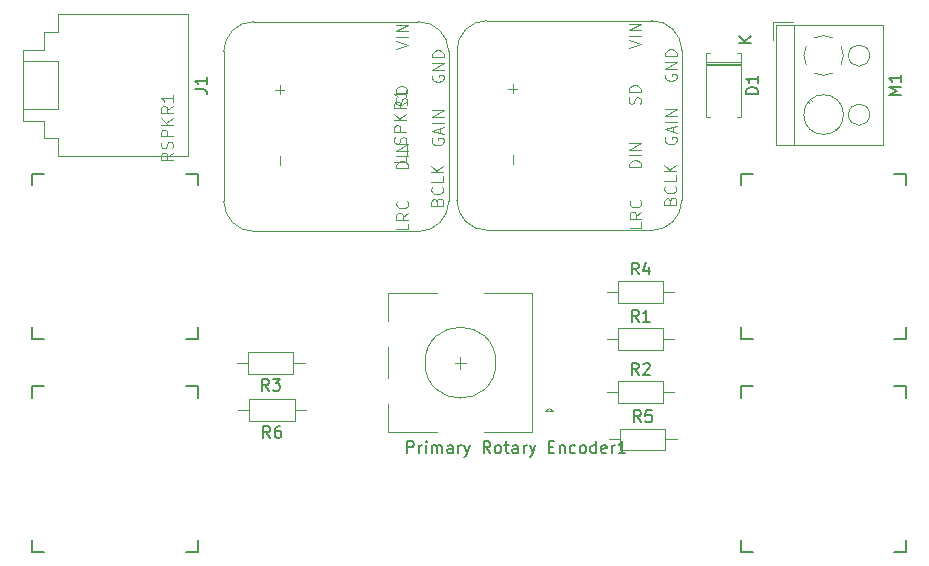
<source format=gbr>
%TF.GenerationSoftware,KiCad,Pcbnew,8.0.6*%
%TF.CreationDate,2025-02-20T10:46:29-07:00*%
%TF.ProjectId,PCB ESP32 S3 Wroom 1 n16r8,50434220-4553-4503-9332-205333205772,rev?*%
%TF.SameCoordinates,Original*%
%TF.FileFunction,Legend,Top*%
%TF.FilePolarity,Positive*%
%FSLAX46Y46*%
G04 Gerber Fmt 4.6, Leading zero omitted, Abs format (unit mm)*
G04 Created by KiCad (PCBNEW 8.0.6) date 2025-02-20 10:46:29*
%MOMM*%
%LPD*%
G01*
G04 APERTURE LIST*
%ADD10C,0.150000*%
%ADD11C,0.100000*%
%ADD12C,0.120000*%
G04 APERTURE END LIST*
D10*
X75754819Y-91833333D02*
X76469104Y-91833333D01*
X76469104Y-91833333D02*
X76611961Y-91880952D01*
X76611961Y-91880952D02*
X76707200Y-91976190D01*
X76707200Y-91976190D02*
X76754819Y-92119047D01*
X76754819Y-92119047D02*
X76754819Y-92214285D01*
X76754819Y-90833333D02*
X76754819Y-91404761D01*
X76754819Y-91119047D02*
X75754819Y-91119047D01*
X75754819Y-91119047D02*
X75897676Y-91214285D01*
X75897676Y-91214285D02*
X75992914Y-91309523D01*
X75992914Y-91309523D02*
X76040533Y-91404761D01*
X113333333Y-107534819D02*
X113000000Y-107058628D01*
X112761905Y-107534819D02*
X112761905Y-106534819D01*
X112761905Y-106534819D02*
X113142857Y-106534819D01*
X113142857Y-106534819D02*
X113238095Y-106582438D01*
X113238095Y-106582438D02*
X113285714Y-106630057D01*
X113285714Y-106630057D02*
X113333333Y-106725295D01*
X113333333Y-106725295D02*
X113333333Y-106868152D01*
X113333333Y-106868152D02*
X113285714Y-106963390D01*
X113285714Y-106963390D02*
X113238095Y-107011009D01*
X113238095Y-107011009D02*
X113142857Y-107058628D01*
X113142857Y-107058628D02*
X112761905Y-107058628D01*
X114190476Y-106868152D02*
X114190476Y-107534819D01*
X113952381Y-106487200D02*
X113714286Y-107201485D01*
X113714286Y-107201485D02*
X114333333Y-107201485D01*
X113333333Y-111534819D02*
X113000000Y-111058628D01*
X112761905Y-111534819D02*
X112761905Y-110534819D01*
X112761905Y-110534819D02*
X113142857Y-110534819D01*
X113142857Y-110534819D02*
X113238095Y-110582438D01*
X113238095Y-110582438D02*
X113285714Y-110630057D01*
X113285714Y-110630057D02*
X113333333Y-110725295D01*
X113333333Y-110725295D02*
X113333333Y-110868152D01*
X113333333Y-110868152D02*
X113285714Y-110963390D01*
X113285714Y-110963390D02*
X113238095Y-111011009D01*
X113238095Y-111011009D02*
X113142857Y-111058628D01*
X113142857Y-111058628D02*
X112761905Y-111058628D01*
X114285714Y-111534819D02*
X113714286Y-111534819D01*
X114000000Y-111534819D02*
X114000000Y-110534819D01*
X114000000Y-110534819D02*
X113904762Y-110677676D01*
X113904762Y-110677676D02*
X113809524Y-110772914D01*
X113809524Y-110772914D02*
X113714286Y-110820533D01*
X93735713Y-122654819D02*
X93735713Y-121654819D01*
X93735713Y-121654819D02*
X94116665Y-121654819D01*
X94116665Y-121654819D02*
X94211903Y-121702438D01*
X94211903Y-121702438D02*
X94259522Y-121750057D01*
X94259522Y-121750057D02*
X94307141Y-121845295D01*
X94307141Y-121845295D02*
X94307141Y-121988152D01*
X94307141Y-121988152D02*
X94259522Y-122083390D01*
X94259522Y-122083390D02*
X94211903Y-122131009D01*
X94211903Y-122131009D02*
X94116665Y-122178628D01*
X94116665Y-122178628D02*
X93735713Y-122178628D01*
X94735713Y-122654819D02*
X94735713Y-121988152D01*
X94735713Y-122178628D02*
X94783332Y-122083390D01*
X94783332Y-122083390D02*
X94830951Y-122035771D01*
X94830951Y-122035771D02*
X94926189Y-121988152D01*
X94926189Y-121988152D02*
X95021427Y-121988152D01*
X95354761Y-122654819D02*
X95354761Y-121988152D01*
X95354761Y-121654819D02*
X95307142Y-121702438D01*
X95307142Y-121702438D02*
X95354761Y-121750057D01*
X95354761Y-121750057D02*
X95402380Y-121702438D01*
X95402380Y-121702438D02*
X95354761Y-121654819D01*
X95354761Y-121654819D02*
X95354761Y-121750057D01*
X95830951Y-122654819D02*
X95830951Y-121988152D01*
X95830951Y-122083390D02*
X95878570Y-122035771D01*
X95878570Y-122035771D02*
X95973808Y-121988152D01*
X95973808Y-121988152D02*
X96116665Y-121988152D01*
X96116665Y-121988152D02*
X96211903Y-122035771D01*
X96211903Y-122035771D02*
X96259522Y-122131009D01*
X96259522Y-122131009D02*
X96259522Y-122654819D01*
X96259522Y-122131009D02*
X96307141Y-122035771D01*
X96307141Y-122035771D02*
X96402379Y-121988152D01*
X96402379Y-121988152D02*
X96545236Y-121988152D01*
X96545236Y-121988152D02*
X96640475Y-122035771D01*
X96640475Y-122035771D02*
X96688094Y-122131009D01*
X96688094Y-122131009D02*
X96688094Y-122654819D01*
X97592855Y-122654819D02*
X97592855Y-122131009D01*
X97592855Y-122131009D02*
X97545236Y-122035771D01*
X97545236Y-122035771D02*
X97449998Y-121988152D01*
X97449998Y-121988152D02*
X97259522Y-121988152D01*
X97259522Y-121988152D02*
X97164284Y-122035771D01*
X97592855Y-122607200D02*
X97497617Y-122654819D01*
X97497617Y-122654819D02*
X97259522Y-122654819D01*
X97259522Y-122654819D02*
X97164284Y-122607200D01*
X97164284Y-122607200D02*
X97116665Y-122511961D01*
X97116665Y-122511961D02*
X97116665Y-122416723D01*
X97116665Y-122416723D02*
X97164284Y-122321485D01*
X97164284Y-122321485D02*
X97259522Y-122273866D01*
X97259522Y-122273866D02*
X97497617Y-122273866D01*
X97497617Y-122273866D02*
X97592855Y-122226247D01*
X98069046Y-122654819D02*
X98069046Y-121988152D01*
X98069046Y-122178628D02*
X98116665Y-122083390D01*
X98116665Y-122083390D02*
X98164284Y-122035771D01*
X98164284Y-122035771D02*
X98259522Y-121988152D01*
X98259522Y-121988152D02*
X98354760Y-121988152D01*
X98592856Y-121988152D02*
X98830951Y-122654819D01*
X99069046Y-121988152D02*
X98830951Y-122654819D01*
X98830951Y-122654819D02*
X98735713Y-122892914D01*
X98735713Y-122892914D02*
X98688094Y-122940533D01*
X98688094Y-122940533D02*
X98592856Y-122988152D01*
X100783332Y-122654819D02*
X100449999Y-122178628D01*
X100211904Y-122654819D02*
X100211904Y-121654819D01*
X100211904Y-121654819D02*
X100592856Y-121654819D01*
X100592856Y-121654819D02*
X100688094Y-121702438D01*
X100688094Y-121702438D02*
X100735713Y-121750057D01*
X100735713Y-121750057D02*
X100783332Y-121845295D01*
X100783332Y-121845295D02*
X100783332Y-121988152D01*
X100783332Y-121988152D02*
X100735713Y-122083390D01*
X100735713Y-122083390D02*
X100688094Y-122131009D01*
X100688094Y-122131009D02*
X100592856Y-122178628D01*
X100592856Y-122178628D02*
X100211904Y-122178628D01*
X101354761Y-122654819D02*
X101259523Y-122607200D01*
X101259523Y-122607200D02*
X101211904Y-122559580D01*
X101211904Y-122559580D02*
X101164285Y-122464342D01*
X101164285Y-122464342D02*
X101164285Y-122178628D01*
X101164285Y-122178628D02*
X101211904Y-122083390D01*
X101211904Y-122083390D02*
X101259523Y-122035771D01*
X101259523Y-122035771D02*
X101354761Y-121988152D01*
X101354761Y-121988152D02*
X101497618Y-121988152D01*
X101497618Y-121988152D02*
X101592856Y-122035771D01*
X101592856Y-122035771D02*
X101640475Y-122083390D01*
X101640475Y-122083390D02*
X101688094Y-122178628D01*
X101688094Y-122178628D02*
X101688094Y-122464342D01*
X101688094Y-122464342D02*
X101640475Y-122559580D01*
X101640475Y-122559580D02*
X101592856Y-122607200D01*
X101592856Y-122607200D02*
X101497618Y-122654819D01*
X101497618Y-122654819D02*
X101354761Y-122654819D01*
X101973809Y-121988152D02*
X102354761Y-121988152D01*
X102116666Y-121654819D02*
X102116666Y-122511961D01*
X102116666Y-122511961D02*
X102164285Y-122607200D01*
X102164285Y-122607200D02*
X102259523Y-122654819D01*
X102259523Y-122654819D02*
X102354761Y-122654819D01*
X103116666Y-122654819D02*
X103116666Y-122131009D01*
X103116666Y-122131009D02*
X103069047Y-122035771D01*
X103069047Y-122035771D02*
X102973809Y-121988152D01*
X102973809Y-121988152D02*
X102783333Y-121988152D01*
X102783333Y-121988152D02*
X102688095Y-122035771D01*
X103116666Y-122607200D02*
X103021428Y-122654819D01*
X103021428Y-122654819D02*
X102783333Y-122654819D01*
X102783333Y-122654819D02*
X102688095Y-122607200D01*
X102688095Y-122607200D02*
X102640476Y-122511961D01*
X102640476Y-122511961D02*
X102640476Y-122416723D01*
X102640476Y-122416723D02*
X102688095Y-122321485D01*
X102688095Y-122321485D02*
X102783333Y-122273866D01*
X102783333Y-122273866D02*
X103021428Y-122273866D01*
X103021428Y-122273866D02*
X103116666Y-122226247D01*
X103592857Y-122654819D02*
X103592857Y-121988152D01*
X103592857Y-122178628D02*
X103640476Y-122083390D01*
X103640476Y-122083390D02*
X103688095Y-122035771D01*
X103688095Y-122035771D02*
X103783333Y-121988152D01*
X103783333Y-121988152D02*
X103878571Y-121988152D01*
X104116667Y-121988152D02*
X104354762Y-122654819D01*
X104592857Y-121988152D02*
X104354762Y-122654819D01*
X104354762Y-122654819D02*
X104259524Y-122892914D01*
X104259524Y-122892914D02*
X104211905Y-122940533D01*
X104211905Y-122940533D02*
X104116667Y-122988152D01*
X105735715Y-122131009D02*
X106069048Y-122131009D01*
X106211905Y-122654819D02*
X105735715Y-122654819D01*
X105735715Y-122654819D02*
X105735715Y-121654819D01*
X105735715Y-121654819D02*
X106211905Y-121654819D01*
X106640477Y-121988152D02*
X106640477Y-122654819D01*
X106640477Y-122083390D02*
X106688096Y-122035771D01*
X106688096Y-122035771D02*
X106783334Y-121988152D01*
X106783334Y-121988152D02*
X106926191Y-121988152D01*
X106926191Y-121988152D02*
X107021429Y-122035771D01*
X107021429Y-122035771D02*
X107069048Y-122131009D01*
X107069048Y-122131009D02*
X107069048Y-122654819D01*
X107973810Y-122607200D02*
X107878572Y-122654819D01*
X107878572Y-122654819D02*
X107688096Y-122654819D01*
X107688096Y-122654819D02*
X107592858Y-122607200D01*
X107592858Y-122607200D02*
X107545239Y-122559580D01*
X107545239Y-122559580D02*
X107497620Y-122464342D01*
X107497620Y-122464342D02*
X107497620Y-122178628D01*
X107497620Y-122178628D02*
X107545239Y-122083390D01*
X107545239Y-122083390D02*
X107592858Y-122035771D01*
X107592858Y-122035771D02*
X107688096Y-121988152D01*
X107688096Y-121988152D02*
X107878572Y-121988152D01*
X107878572Y-121988152D02*
X107973810Y-122035771D01*
X108545239Y-122654819D02*
X108450001Y-122607200D01*
X108450001Y-122607200D02*
X108402382Y-122559580D01*
X108402382Y-122559580D02*
X108354763Y-122464342D01*
X108354763Y-122464342D02*
X108354763Y-122178628D01*
X108354763Y-122178628D02*
X108402382Y-122083390D01*
X108402382Y-122083390D02*
X108450001Y-122035771D01*
X108450001Y-122035771D02*
X108545239Y-121988152D01*
X108545239Y-121988152D02*
X108688096Y-121988152D01*
X108688096Y-121988152D02*
X108783334Y-122035771D01*
X108783334Y-122035771D02*
X108830953Y-122083390D01*
X108830953Y-122083390D02*
X108878572Y-122178628D01*
X108878572Y-122178628D02*
X108878572Y-122464342D01*
X108878572Y-122464342D02*
X108830953Y-122559580D01*
X108830953Y-122559580D02*
X108783334Y-122607200D01*
X108783334Y-122607200D02*
X108688096Y-122654819D01*
X108688096Y-122654819D02*
X108545239Y-122654819D01*
X109735715Y-122654819D02*
X109735715Y-121654819D01*
X109735715Y-122607200D02*
X109640477Y-122654819D01*
X109640477Y-122654819D02*
X109450001Y-122654819D01*
X109450001Y-122654819D02*
X109354763Y-122607200D01*
X109354763Y-122607200D02*
X109307144Y-122559580D01*
X109307144Y-122559580D02*
X109259525Y-122464342D01*
X109259525Y-122464342D02*
X109259525Y-122178628D01*
X109259525Y-122178628D02*
X109307144Y-122083390D01*
X109307144Y-122083390D02*
X109354763Y-122035771D01*
X109354763Y-122035771D02*
X109450001Y-121988152D01*
X109450001Y-121988152D02*
X109640477Y-121988152D01*
X109640477Y-121988152D02*
X109735715Y-122035771D01*
X110592858Y-122607200D02*
X110497620Y-122654819D01*
X110497620Y-122654819D02*
X110307144Y-122654819D01*
X110307144Y-122654819D02*
X110211906Y-122607200D01*
X110211906Y-122607200D02*
X110164287Y-122511961D01*
X110164287Y-122511961D02*
X110164287Y-122131009D01*
X110164287Y-122131009D02*
X110211906Y-122035771D01*
X110211906Y-122035771D02*
X110307144Y-121988152D01*
X110307144Y-121988152D02*
X110497620Y-121988152D01*
X110497620Y-121988152D02*
X110592858Y-122035771D01*
X110592858Y-122035771D02*
X110640477Y-122131009D01*
X110640477Y-122131009D02*
X110640477Y-122226247D01*
X110640477Y-122226247D02*
X110164287Y-122321485D01*
X111069049Y-122654819D02*
X111069049Y-121988152D01*
X111069049Y-122178628D02*
X111116668Y-122083390D01*
X111116668Y-122083390D02*
X111164287Y-122035771D01*
X111164287Y-122035771D02*
X111259525Y-121988152D01*
X111259525Y-121988152D02*
X111354763Y-121988152D01*
X112211906Y-122654819D02*
X111640478Y-122654819D01*
X111926192Y-122654819D02*
X111926192Y-121654819D01*
X111926192Y-121654819D02*
X111830954Y-121797676D01*
X111830954Y-121797676D02*
X111735716Y-121892914D01*
X111735716Y-121892914D02*
X111640478Y-121940533D01*
D11*
X93646419Y-97526309D02*
X93646419Y-98002499D01*
X93646419Y-98002499D02*
X92646419Y-98002499D01*
X93741657Y-97431071D02*
X93741657Y-96669166D01*
X93598800Y-96478689D02*
X93646419Y-96335832D01*
X93646419Y-96335832D02*
X93646419Y-96097737D01*
X93646419Y-96097737D02*
X93598800Y-96002499D01*
X93598800Y-96002499D02*
X93551180Y-95954880D01*
X93551180Y-95954880D02*
X93455942Y-95907261D01*
X93455942Y-95907261D02*
X93360704Y-95907261D01*
X93360704Y-95907261D02*
X93265466Y-95954880D01*
X93265466Y-95954880D02*
X93217847Y-96002499D01*
X93217847Y-96002499D02*
X93170228Y-96097737D01*
X93170228Y-96097737D02*
X93122609Y-96288213D01*
X93122609Y-96288213D02*
X93074990Y-96383451D01*
X93074990Y-96383451D02*
X93027371Y-96431070D01*
X93027371Y-96431070D02*
X92932133Y-96478689D01*
X92932133Y-96478689D02*
X92836895Y-96478689D01*
X92836895Y-96478689D02*
X92741657Y-96431070D01*
X92741657Y-96431070D02*
X92694038Y-96383451D01*
X92694038Y-96383451D02*
X92646419Y-96288213D01*
X92646419Y-96288213D02*
X92646419Y-96050118D01*
X92646419Y-96050118D02*
X92694038Y-95907261D01*
X93646419Y-95478689D02*
X92646419Y-95478689D01*
X92646419Y-95478689D02*
X92646419Y-95097737D01*
X92646419Y-95097737D02*
X92694038Y-95002499D01*
X92694038Y-95002499D02*
X92741657Y-94954880D01*
X92741657Y-94954880D02*
X92836895Y-94907261D01*
X92836895Y-94907261D02*
X92979752Y-94907261D01*
X92979752Y-94907261D02*
X93074990Y-94954880D01*
X93074990Y-94954880D02*
X93122609Y-95002499D01*
X93122609Y-95002499D02*
X93170228Y-95097737D01*
X93170228Y-95097737D02*
X93170228Y-95478689D01*
X93646419Y-94478689D02*
X92646419Y-94478689D01*
X93646419Y-93907261D02*
X93074990Y-94335832D01*
X92646419Y-93907261D02*
X93217847Y-94478689D01*
X93646419Y-92907261D02*
X93170228Y-93240594D01*
X93646419Y-93478689D02*
X92646419Y-93478689D01*
X92646419Y-93478689D02*
X92646419Y-93097737D01*
X92646419Y-93097737D02*
X92694038Y-93002499D01*
X92694038Y-93002499D02*
X92741657Y-92954880D01*
X92741657Y-92954880D02*
X92836895Y-92907261D01*
X92836895Y-92907261D02*
X92979752Y-92907261D01*
X92979752Y-92907261D02*
X93074990Y-92954880D01*
X93074990Y-92954880D02*
X93122609Y-93002499D01*
X93122609Y-93002499D02*
X93170228Y-93097737D01*
X93170228Y-93097737D02*
X93170228Y-93478689D01*
X93646419Y-91954880D02*
X93646419Y-92526308D01*
X93646419Y-92240594D02*
X92646419Y-92240594D01*
X92646419Y-92240594D02*
X92789276Y-92335832D01*
X92789276Y-92335832D02*
X92884514Y-92431070D01*
X92884514Y-92431070D02*
X92932133Y-92526308D01*
X102680466Y-92198615D02*
X102680466Y-91436711D01*
X103061419Y-91817663D02*
X102299514Y-91817663D01*
X113453800Y-93096234D02*
X113501419Y-92953377D01*
X113501419Y-92953377D02*
X113501419Y-92715282D01*
X113501419Y-92715282D02*
X113453800Y-92620044D01*
X113453800Y-92620044D02*
X113406180Y-92572425D01*
X113406180Y-92572425D02*
X113310942Y-92524806D01*
X113310942Y-92524806D02*
X113215704Y-92524806D01*
X113215704Y-92524806D02*
X113120466Y-92572425D01*
X113120466Y-92572425D02*
X113072847Y-92620044D01*
X113072847Y-92620044D02*
X113025228Y-92715282D01*
X113025228Y-92715282D02*
X112977609Y-92905758D01*
X112977609Y-92905758D02*
X112929990Y-93000996D01*
X112929990Y-93000996D02*
X112882371Y-93048615D01*
X112882371Y-93048615D02*
X112787133Y-93096234D01*
X112787133Y-93096234D02*
X112691895Y-93096234D01*
X112691895Y-93096234D02*
X112596657Y-93048615D01*
X112596657Y-93048615D02*
X112549038Y-93000996D01*
X112549038Y-93000996D02*
X112501419Y-92905758D01*
X112501419Y-92905758D02*
X112501419Y-92667663D01*
X112501419Y-92667663D02*
X112549038Y-92524806D01*
X113501419Y-92096234D02*
X112501419Y-92096234D01*
X112501419Y-92096234D02*
X112501419Y-91858139D01*
X112501419Y-91858139D02*
X112549038Y-91715282D01*
X112549038Y-91715282D02*
X112644276Y-91620044D01*
X112644276Y-91620044D02*
X112739514Y-91572425D01*
X112739514Y-91572425D02*
X112929990Y-91524806D01*
X112929990Y-91524806D02*
X113072847Y-91524806D01*
X113072847Y-91524806D02*
X113263323Y-91572425D01*
X113263323Y-91572425D02*
X113358561Y-91620044D01*
X113358561Y-91620044D02*
X113453800Y-91715282D01*
X113453800Y-91715282D02*
X113501419Y-91858139D01*
X113501419Y-91858139D02*
X113501419Y-92096234D01*
X115609038Y-95924806D02*
X115561419Y-96020044D01*
X115561419Y-96020044D02*
X115561419Y-96162901D01*
X115561419Y-96162901D02*
X115609038Y-96305758D01*
X115609038Y-96305758D02*
X115704276Y-96400996D01*
X115704276Y-96400996D02*
X115799514Y-96448615D01*
X115799514Y-96448615D02*
X115989990Y-96496234D01*
X115989990Y-96496234D02*
X116132847Y-96496234D01*
X116132847Y-96496234D02*
X116323323Y-96448615D01*
X116323323Y-96448615D02*
X116418561Y-96400996D01*
X116418561Y-96400996D02*
X116513800Y-96305758D01*
X116513800Y-96305758D02*
X116561419Y-96162901D01*
X116561419Y-96162901D02*
X116561419Y-96067663D01*
X116561419Y-96067663D02*
X116513800Y-95924806D01*
X116513800Y-95924806D02*
X116466180Y-95877187D01*
X116466180Y-95877187D02*
X116132847Y-95877187D01*
X116132847Y-95877187D02*
X116132847Y-96067663D01*
X116275704Y-95496234D02*
X116275704Y-95020044D01*
X116561419Y-95591472D02*
X115561419Y-95258139D01*
X115561419Y-95258139D02*
X116561419Y-94924806D01*
X116561419Y-94591472D02*
X115561419Y-94591472D01*
X116561419Y-94115282D02*
X115561419Y-94115282D01*
X115561419Y-94115282D02*
X116561419Y-93543854D01*
X116561419Y-93543854D02*
X115561419Y-93543854D01*
X115997609Y-101285282D02*
X116045228Y-101142425D01*
X116045228Y-101142425D02*
X116092847Y-101094806D01*
X116092847Y-101094806D02*
X116188085Y-101047187D01*
X116188085Y-101047187D02*
X116330942Y-101047187D01*
X116330942Y-101047187D02*
X116426180Y-101094806D01*
X116426180Y-101094806D02*
X116473800Y-101142425D01*
X116473800Y-101142425D02*
X116521419Y-101237663D01*
X116521419Y-101237663D02*
X116521419Y-101618615D01*
X116521419Y-101618615D02*
X115521419Y-101618615D01*
X115521419Y-101618615D02*
X115521419Y-101285282D01*
X115521419Y-101285282D02*
X115569038Y-101190044D01*
X115569038Y-101190044D02*
X115616657Y-101142425D01*
X115616657Y-101142425D02*
X115711895Y-101094806D01*
X115711895Y-101094806D02*
X115807133Y-101094806D01*
X115807133Y-101094806D02*
X115902371Y-101142425D01*
X115902371Y-101142425D02*
X115949990Y-101190044D01*
X115949990Y-101190044D02*
X115997609Y-101285282D01*
X115997609Y-101285282D02*
X115997609Y-101618615D01*
X116426180Y-100047187D02*
X116473800Y-100094806D01*
X116473800Y-100094806D02*
X116521419Y-100237663D01*
X116521419Y-100237663D02*
X116521419Y-100332901D01*
X116521419Y-100332901D02*
X116473800Y-100475758D01*
X116473800Y-100475758D02*
X116378561Y-100570996D01*
X116378561Y-100570996D02*
X116283323Y-100618615D01*
X116283323Y-100618615D02*
X116092847Y-100666234D01*
X116092847Y-100666234D02*
X115949990Y-100666234D01*
X115949990Y-100666234D02*
X115759514Y-100618615D01*
X115759514Y-100618615D02*
X115664276Y-100570996D01*
X115664276Y-100570996D02*
X115569038Y-100475758D01*
X115569038Y-100475758D02*
X115521419Y-100332901D01*
X115521419Y-100332901D02*
X115521419Y-100237663D01*
X115521419Y-100237663D02*
X115569038Y-100094806D01*
X115569038Y-100094806D02*
X115616657Y-100047187D01*
X116521419Y-99142425D02*
X116521419Y-99618615D01*
X116521419Y-99618615D02*
X115521419Y-99618615D01*
X116521419Y-98809091D02*
X115521419Y-98809091D01*
X116521419Y-98237663D02*
X115949990Y-98666234D01*
X115521419Y-98237663D02*
X116092847Y-98809091D01*
X102680466Y-98198615D02*
X102680466Y-97436711D01*
X113571419Y-103132425D02*
X113571419Y-103608615D01*
X113571419Y-103608615D02*
X112571419Y-103608615D01*
X113571419Y-102227663D02*
X113095228Y-102560996D01*
X113571419Y-102799091D02*
X112571419Y-102799091D01*
X112571419Y-102799091D02*
X112571419Y-102418139D01*
X112571419Y-102418139D02*
X112619038Y-102322901D01*
X112619038Y-102322901D02*
X112666657Y-102275282D01*
X112666657Y-102275282D02*
X112761895Y-102227663D01*
X112761895Y-102227663D02*
X112904752Y-102227663D01*
X112904752Y-102227663D02*
X112999990Y-102275282D01*
X112999990Y-102275282D02*
X113047609Y-102322901D01*
X113047609Y-102322901D02*
X113095228Y-102418139D01*
X113095228Y-102418139D02*
X113095228Y-102799091D01*
X113476180Y-101227663D02*
X113523800Y-101275282D01*
X113523800Y-101275282D02*
X113571419Y-101418139D01*
X113571419Y-101418139D02*
X113571419Y-101513377D01*
X113571419Y-101513377D02*
X113523800Y-101656234D01*
X113523800Y-101656234D02*
X113428561Y-101751472D01*
X113428561Y-101751472D02*
X113333323Y-101799091D01*
X113333323Y-101799091D02*
X113142847Y-101846710D01*
X113142847Y-101846710D02*
X112999990Y-101846710D01*
X112999990Y-101846710D02*
X112809514Y-101799091D01*
X112809514Y-101799091D02*
X112714276Y-101751472D01*
X112714276Y-101751472D02*
X112619038Y-101656234D01*
X112619038Y-101656234D02*
X112571419Y-101513377D01*
X112571419Y-101513377D02*
X112571419Y-101418139D01*
X112571419Y-101418139D02*
X112619038Y-101275282D01*
X112619038Y-101275282D02*
X112666657Y-101227663D01*
X113561419Y-98448615D02*
X112561419Y-98448615D01*
X112561419Y-98448615D02*
X112561419Y-98210520D01*
X112561419Y-98210520D02*
X112609038Y-98067663D01*
X112609038Y-98067663D02*
X112704276Y-97972425D01*
X112704276Y-97972425D02*
X112799514Y-97924806D01*
X112799514Y-97924806D02*
X112989990Y-97877187D01*
X112989990Y-97877187D02*
X113132847Y-97877187D01*
X113132847Y-97877187D02*
X113323323Y-97924806D01*
X113323323Y-97924806D02*
X113418561Y-97972425D01*
X113418561Y-97972425D02*
X113513800Y-98067663D01*
X113513800Y-98067663D02*
X113561419Y-98210520D01*
X113561419Y-98210520D02*
X113561419Y-98448615D01*
X113561419Y-97448615D02*
X112561419Y-97448615D01*
X113561419Y-96972425D02*
X112561419Y-96972425D01*
X112561419Y-96972425D02*
X113561419Y-96400997D01*
X113561419Y-96400997D02*
X112561419Y-96400997D01*
X115629038Y-90574806D02*
X115581419Y-90670044D01*
X115581419Y-90670044D02*
X115581419Y-90812901D01*
X115581419Y-90812901D02*
X115629038Y-90955758D01*
X115629038Y-90955758D02*
X115724276Y-91050996D01*
X115724276Y-91050996D02*
X115819514Y-91098615D01*
X115819514Y-91098615D02*
X116009990Y-91146234D01*
X116009990Y-91146234D02*
X116152847Y-91146234D01*
X116152847Y-91146234D02*
X116343323Y-91098615D01*
X116343323Y-91098615D02*
X116438561Y-91050996D01*
X116438561Y-91050996D02*
X116533800Y-90955758D01*
X116533800Y-90955758D02*
X116581419Y-90812901D01*
X116581419Y-90812901D02*
X116581419Y-90717663D01*
X116581419Y-90717663D02*
X116533800Y-90574806D01*
X116533800Y-90574806D02*
X116486180Y-90527187D01*
X116486180Y-90527187D02*
X116152847Y-90527187D01*
X116152847Y-90527187D02*
X116152847Y-90717663D01*
X116581419Y-90098615D02*
X115581419Y-90098615D01*
X115581419Y-90098615D02*
X116581419Y-89527187D01*
X116581419Y-89527187D02*
X115581419Y-89527187D01*
X116581419Y-89050996D02*
X115581419Y-89050996D01*
X115581419Y-89050996D02*
X115581419Y-88812901D01*
X115581419Y-88812901D02*
X115629038Y-88670044D01*
X115629038Y-88670044D02*
X115724276Y-88574806D01*
X115724276Y-88574806D02*
X115819514Y-88527187D01*
X115819514Y-88527187D02*
X116009990Y-88479568D01*
X116009990Y-88479568D02*
X116152847Y-88479568D01*
X116152847Y-88479568D02*
X116343323Y-88527187D01*
X116343323Y-88527187D02*
X116438561Y-88574806D01*
X116438561Y-88574806D02*
X116533800Y-88670044D01*
X116533800Y-88670044D02*
X116581419Y-88812901D01*
X116581419Y-88812901D02*
X116581419Y-89050996D01*
X112561419Y-88341472D02*
X113561419Y-88008139D01*
X113561419Y-88008139D02*
X112561419Y-87674806D01*
X113561419Y-87341472D02*
X112561419Y-87341472D01*
X113561419Y-86865282D02*
X112561419Y-86865282D01*
X112561419Y-86865282D02*
X113561419Y-86293854D01*
X113561419Y-86293854D02*
X112561419Y-86293854D01*
D10*
X113333333Y-116034819D02*
X113000000Y-115558628D01*
X112761905Y-116034819D02*
X112761905Y-115034819D01*
X112761905Y-115034819D02*
X113142857Y-115034819D01*
X113142857Y-115034819D02*
X113238095Y-115082438D01*
X113238095Y-115082438D02*
X113285714Y-115130057D01*
X113285714Y-115130057D02*
X113333333Y-115225295D01*
X113333333Y-115225295D02*
X113333333Y-115368152D01*
X113333333Y-115368152D02*
X113285714Y-115463390D01*
X113285714Y-115463390D02*
X113238095Y-115511009D01*
X113238095Y-115511009D02*
X113142857Y-115558628D01*
X113142857Y-115558628D02*
X112761905Y-115558628D01*
X113714286Y-115130057D02*
X113761905Y-115082438D01*
X113761905Y-115082438D02*
X113857143Y-115034819D01*
X113857143Y-115034819D02*
X114095238Y-115034819D01*
X114095238Y-115034819D02*
X114190476Y-115082438D01*
X114190476Y-115082438D02*
X114238095Y-115130057D01*
X114238095Y-115130057D02*
X114285714Y-115225295D01*
X114285714Y-115225295D02*
X114285714Y-115320533D01*
X114285714Y-115320533D02*
X114238095Y-115463390D01*
X114238095Y-115463390D02*
X113666667Y-116034819D01*
X113666667Y-116034819D02*
X114285714Y-116034819D01*
X82023333Y-117374819D02*
X81690000Y-116898628D01*
X81451905Y-117374819D02*
X81451905Y-116374819D01*
X81451905Y-116374819D02*
X81832857Y-116374819D01*
X81832857Y-116374819D02*
X81928095Y-116422438D01*
X81928095Y-116422438D02*
X81975714Y-116470057D01*
X81975714Y-116470057D02*
X82023333Y-116565295D01*
X82023333Y-116565295D02*
X82023333Y-116708152D01*
X82023333Y-116708152D02*
X81975714Y-116803390D01*
X81975714Y-116803390D02*
X81928095Y-116851009D01*
X81928095Y-116851009D02*
X81832857Y-116898628D01*
X81832857Y-116898628D02*
X81451905Y-116898628D01*
X82356667Y-116374819D02*
X82975714Y-116374819D01*
X82975714Y-116374819D02*
X82642381Y-116755771D01*
X82642381Y-116755771D02*
X82785238Y-116755771D01*
X82785238Y-116755771D02*
X82880476Y-116803390D01*
X82880476Y-116803390D02*
X82928095Y-116851009D01*
X82928095Y-116851009D02*
X82975714Y-116946247D01*
X82975714Y-116946247D02*
X82975714Y-117184342D01*
X82975714Y-117184342D02*
X82928095Y-117279580D01*
X82928095Y-117279580D02*
X82880476Y-117327200D01*
X82880476Y-117327200D02*
X82785238Y-117374819D01*
X82785238Y-117374819D02*
X82499524Y-117374819D01*
X82499524Y-117374819D02*
X82404286Y-117327200D01*
X82404286Y-117327200D02*
X82356667Y-117279580D01*
D11*
X73904919Y-97232857D02*
X73428728Y-97566190D01*
X73904919Y-97804285D02*
X72904919Y-97804285D01*
X72904919Y-97804285D02*
X72904919Y-97423333D01*
X72904919Y-97423333D02*
X72952538Y-97328095D01*
X72952538Y-97328095D02*
X73000157Y-97280476D01*
X73000157Y-97280476D02*
X73095395Y-97232857D01*
X73095395Y-97232857D02*
X73238252Y-97232857D01*
X73238252Y-97232857D02*
X73333490Y-97280476D01*
X73333490Y-97280476D02*
X73381109Y-97328095D01*
X73381109Y-97328095D02*
X73428728Y-97423333D01*
X73428728Y-97423333D02*
X73428728Y-97804285D01*
X73857300Y-96851904D02*
X73904919Y-96709047D01*
X73904919Y-96709047D02*
X73904919Y-96470952D01*
X73904919Y-96470952D02*
X73857300Y-96375714D01*
X73857300Y-96375714D02*
X73809680Y-96328095D01*
X73809680Y-96328095D02*
X73714442Y-96280476D01*
X73714442Y-96280476D02*
X73619204Y-96280476D01*
X73619204Y-96280476D02*
X73523966Y-96328095D01*
X73523966Y-96328095D02*
X73476347Y-96375714D01*
X73476347Y-96375714D02*
X73428728Y-96470952D01*
X73428728Y-96470952D02*
X73381109Y-96661428D01*
X73381109Y-96661428D02*
X73333490Y-96756666D01*
X73333490Y-96756666D02*
X73285871Y-96804285D01*
X73285871Y-96804285D02*
X73190633Y-96851904D01*
X73190633Y-96851904D02*
X73095395Y-96851904D01*
X73095395Y-96851904D02*
X73000157Y-96804285D01*
X73000157Y-96804285D02*
X72952538Y-96756666D01*
X72952538Y-96756666D02*
X72904919Y-96661428D01*
X72904919Y-96661428D02*
X72904919Y-96423333D01*
X72904919Y-96423333D02*
X72952538Y-96280476D01*
X73904919Y-95851904D02*
X72904919Y-95851904D01*
X72904919Y-95851904D02*
X72904919Y-95470952D01*
X72904919Y-95470952D02*
X72952538Y-95375714D01*
X72952538Y-95375714D02*
X73000157Y-95328095D01*
X73000157Y-95328095D02*
X73095395Y-95280476D01*
X73095395Y-95280476D02*
X73238252Y-95280476D01*
X73238252Y-95280476D02*
X73333490Y-95328095D01*
X73333490Y-95328095D02*
X73381109Y-95375714D01*
X73381109Y-95375714D02*
X73428728Y-95470952D01*
X73428728Y-95470952D02*
X73428728Y-95851904D01*
X73904919Y-94851904D02*
X72904919Y-94851904D01*
X73904919Y-94280476D02*
X73333490Y-94709047D01*
X72904919Y-94280476D02*
X73476347Y-94851904D01*
X73904919Y-93280476D02*
X73428728Y-93613809D01*
X73904919Y-93851904D02*
X72904919Y-93851904D01*
X72904919Y-93851904D02*
X72904919Y-93470952D01*
X72904919Y-93470952D02*
X72952538Y-93375714D01*
X72952538Y-93375714D02*
X73000157Y-93328095D01*
X73000157Y-93328095D02*
X73095395Y-93280476D01*
X73095395Y-93280476D02*
X73238252Y-93280476D01*
X73238252Y-93280476D02*
X73333490Y-93328095D01*
X73333490Y-93328095D02*
X73381109Y-93375714D01*
X73381109Y-93375714D02*
X73428728Y-93470952D01*
X73428728Y-93470952D02*
X73428728Y-93851904D01*
X73904919Y-92328095D02*
X73904919Y-92899523D01*
X73904919Y-92613809D02*
X72904919Y-92613809D01*
X72904919Y-92613809D02*
X73047776Y-92709047D01*
X73047776Y-92709047D02*
X73143014Y-92804285D01*
X73143014Y-92804285D02*
X73190633Y-92899523D01*
X93829919Y-103219925D02*
X93829919Y-103696115D01*
X93829919Y-103696115D02*
X92829919Y-103696115D01*
X93829919Y-102315163D02*
X93353728Y-102648496D01*
X93829919Y-102886591D02*
X92829919Y-102886591D01*
X92829919Y-102886591D02*
X92829919Y-102505639D01*
X92829919Y-102505639D02*
X92877538Y-102410401D01*
X92877538Y-102410401D02*
X92925157Y-102362782D01*
X92925157Y-102362782D02*
X93020395Y-102315163D01*
X93020395Y-102315163D02*
X93163252Y-102315163D01*
X93163252Y-102315163D02*
X93258490Y-102362782D01*
X93258490Y-102362782D02*
X93306109Y-102410401D01*
X93306109Y-102410401D02*
X93353728Y-102505639D01*
X93353728Y-102505639D02*
X93353728Y-102886591D01*
X93734680Y-101315163D02*
X93782300Y-101362782D01*
X93782300Y-101362782D02*
X93829919Y-101505639D01*
X93829919Y-101505639D02*
X93829919Y-101600877D01*
X93829919Y-101600877D02*
X93782300Y-101743734D01*
X93782300Y-101743734D02*
X93687061Y-101838972D01*
X93687061Y-101838972D02*
X93591823Y-101886591D01*
X93591823Y-101886591D02*
X93401347Y-101934210D01*
X93401347Y-101934210D02*
X93258490Y-101934210D01*
X93258490Y-101934210D02*
X93068014Y-101886591D01*
X93068014Y-101886591D02*
X92972776Y-101838972D01*
X92972776Y-101838972D02*
X92877538Y-101743734D01*
X92877538Y-101743734D02*
X92829919Y-101600877D01*
X92829919Y-101600877D02*
X92829919Y-101505639D01*
X92829919Y-101505639D02*
X92877538Y-101362782D01*
X92877538Y-101362782D02*
X92925157Y-101315163D01*
X92819919Y-88428972D02*
X93819919Y-88095639D01*
X93819919Y-88095639D02*
X92819919Y-87762306D01*
X93819919Y-87428972D02*
X92819919Y-87428972D01*
X93819919Y-86952782D02*
X92819919Y-86952782D01*
X92819919Y-86952782D02*
X93819919Y-86381354D01*
X93819919Y-86381354D02*
X92819919Y-86381354D01*
X82938966Y-98286115D02*
X82938966Y-97524211D01*
X82938966Y-92286115D02*
X82938966Y-91524211D01*
X83319919Y-91905163D02*
X82558014Y-91905163D01*
X93819919Y-98536115D02*
X92819919Y-98536115D01*
X92819919Y-98536115D02*
X92819919Y-98298020D01*
X92819919Y-98298020D02*
X92867538Y-98155163D01*
X92867538Y-98155163D02*
X92962776Y-98059925D01*
X92962776Y-98059925D02*
X93058014Y-98012306D01*
X93058014Y-98012306D02*
X93248490Y-97964687D01*
X93248490Y-97964687D02*
X93391347Y-97964687D01*
X93391347Y-97964687D02*
X93581823Y-98012306D01*
X93581823Y-98012306D02*
X93677061Y-98059925D01*
X93677061Y-98059925D02*
X93772300Y-98155163D01*
X93772300Y-98155163D02*
X93819919Y-98298020D01*
X93819919Y-98298020D02*
X93819919Y-98536115D01*
X93819919Y-97536115D02*
X92819919Y-97536115D01*
X93819919Y-97059925D02*
X92819919Y-97059925D01*
X92819919Y-97059925D02*
X93819919Y-96488497D01*
X93819919Y-96488497D02*
X92819919Y-96488497D01*
X95887538Y-90662306D02*
X95839919Y-90757544D01*
X95839919Y-90757544D02*
X95839919Y-90900401D01*
X95839919Y-90900401D02*
X95887538Y-91043258D01*
X95887538Y-91043258D02*
X95982776Y-91138496D01*
X95982776Y-91138496D02*
X96078014Y-91186115D01*
X96078014Y-91186115D02*
X96268490Y-91233734D01*
X96268490Y-91233734D02*
X96411347Y-91233734D01*
X96411347Y-91233734D02*
X96601823Y-91186115D01*
X96601823Y-91186115D02*
X96697061Y-91138496D01*
X96697061Y-91138496D02*
X96792300Y-91043258D01*
X96792300Y-91043258D02*
X96839919Y-90900401D01*
X96839919Y-90900401D02*
X96839919Y-90805163D01*
X96839919Y-90805163D02*
X96792300Y-90662306D01*
X96792300Y-90662306D02*
X96744680Y-90614687D01*
X96744680Y-90614687D02*
X96411347Y-90614687D01*
X96411347Y-90614687D02*
X96411347Y-90805163D01*
X96839919Y-90186115D02*
X95839919Y-90186115D01*
X95839919Y-90186115D02*
X96839919Y-89614687D01*
X96839919Y-89614687D02*
X95839919Y-89614687D01*
X96839919Y-89138496D02*
X95839919Y-89138496D01*
X95839919Y-89138496D02*
X95839919Y-88900401D01*
X95839919Y-88900401D02*
X95887538Y-88757544D01*
X95887538Y-88757544D02*
X95982776Y-88662306D01*
X95982776Y-88662306D02*
X96078014Y-88614687D01*
X96078014Y-88614687D02*
X96268490Y-88567068D01*
X96268490Y-88567068D02*
X96411347Y-88567068D01*
X96411347Y-88567068D02*
X96601823Y-88614687D01*
X96601823Y-88614687D02*
X96697061Y-88662306D01*
X96697061Y-88662306D02*
X96792300Y-88757544D01*
X96792300Y-88757544D02*
X96839919Y-88900401D01*
X96839919Y-88900401D02*
X96839919Y-89138496D01*
X96256109Y-101372782D02*
X96303728Y-101229925D01*
X96303728Y-101229925D02*
X96351347Y-101182306D01*
X96351347Y-101182306D02*
X96446585Y-101134687D01*
X96446585Y-101134687D02*
X96589442Y-101134687D01*
X96589442Y-101134687D02*
X96684680Y-101182306D01*
X96684680Y-101182306D02*
X96732300Y-101229925D01*
X96732300Y-101229925D02*
X96779919Y-101325163D01*
X96779919Y-101325163D02*
X96779919Y-101706115D01*
X96779919Y-101706115D02*
X95779919Y-101706115D01*
X95779919Y-101706115D02*
X95779919Y-101372782D01*
X95779919Y-101372782D02*
X95827538Y-101277544D01*
X95827538Y-101277544D02*
X95875157Y-101229925D01*
X95875157Y-101229925D02*
X95970395Y-101182306D01*
X95970395Y-101182306D02*
X96065633Y-101182306D01*
X96065633Y-101182306D02*
X96160871Y-101229925D01*
X96160871Y-101229925D02*
X96208490Y-101277544D01*
X96208490Y-101277544D02*
X96256109Y-101372782D01*
X96256109Y-101372782D02*
X96256109Y-101706115D01*
X96684680Y-100134687D02*
X96732300Y-100182306D01*
X96732300Y-100182306D02*
X96779919Y-100325163D01*
X96779919Y-100325163D02*
X96779919Y-100420401D01*
X96779919Y-100420401D02*
X96732300Y-100563258D01*
X96732300Y-100563258D02*
X96637061Y-100658496D01*
X96637061Y-100658496D02*
X96541823Y-100706115D01*
X96541823Y-100706115D02*
X96351347Y-100753734D01*
X96351347Y-100753734D02*
X96208490Y-100753734D01*
X96208490Y-100753734D02*
X96018014Y-100706115D01*
X96018014Y-100706115D02*
X95922776Y-100658496D01*
X95922776Y-100658496D02*
X95827538Y-100563258D01*
X95827538Y-100563258D02*
X95779919Y-100420401D01*
X95779919Y-100420401D02*
X95779919Y-100325163D01*
X95779919Y-100325163D02*
X95827538Y-100182306D01*
X95827538Y-100182306D02*
X95875157Y-100134687D01*
X96779919Y-99229925D02*
X96779919Y-99706115D01*
X96779919Y-99706115D02*
X95779919Y-99706115D01*
X96779919Y-98896591D02*
X95779919Y-98896591D01*
X96779919Y-98325163D02*
X96208490Y-98753734D01*
X95779919Y-98325163D02*
X96351347Y-98896591D01*
X95867538Y-96012306D02*
X95819919Y-96107544D01*
X95819919Y-96107544D02*
X95819919Y-96250401D01*
X95819919Y-96250401D02*
X95867538Y-96393258D01*
X95867538Y-96393258D02*
X95962776Y-96488496D01*
X95962776Y-96488496D02*
X96058014Y-96536115D01*
X96058014Y-96536115D02*
X96248490Y-96583734D01*
X96248490Y-96583734D02*
X96391347Y-96583734D01*
X96391347Y-96583734D02*
X96581823Y-96536115D01*
X96581823Y-96536115D02*
X96677061Y-96488496D01*
X96677061Y-96488496D02*
X96772300Y-96393258D01*
X96772300Y-96393258D02*
X96819919Y-96250401D01*
X96819919Y-96250401D02*
X96819919Y-96155163D01*
X96819919Y-96155163D02*
X96772300Y-96012306D01*
X96772300Y-96012306D02*
X96724680Y-95964687D01*
X96724680Y-95964687D02*
X96391347Y-95964687D01*
X96391347Y-95964687D02*
X96391347Y-96155163D01*
X96534204Y-95583734D02*
X96534204Y-95107544D01*
X96819919Y-95678972D02*
X95819919Y-95345639D01*
X95819919Y-95345639D02*
X96819919Y-95012306D01*
X96819919Y-94678972D02*
X95819919Y-94678972D01*
X96819919Y-94202782D02*
X95819919Y-94202782D01*
X95819919Y-94202782D02*
X96819919Y-93631354D01*
X96819919Y-93631354D02*
X95819919Y-93631354D01*
X93712300Y-93183734D02*
X93759919Y-93040877D01*
X93759919Y-93040877D02*
X93759919Y-92802782D01*
X93759919Y-92802782D02*
X93712300Y-92707544D01*
X93712300Y-92707544D02*
X93664680Y-92659925D01*
X93664680Y-92659925D02*
X93569442Y-92612306D01*
X93569442Y-92612306D02*
X93474204Y-92612306D01*
X93474204Y-92612306D02*
X93378966Y-92659925D01*
X93378966Y-92659925D02*
X93331347Y-92707544D01*
X93331347Y-92707544D02*
X93283728Y-92802782D01*
X93283728Y-92802782D02*
X93236109Y-92993258D01*
X93236109Y-92993258D02*
X93188490Y-93088496D01*
X93188490Y-93088496D02*
X93140871Y-93136115D01*
X93140871Y-93136115D02*
X93045633Y-93183734D01*
X93045633Y-93183734D02*
X92950395Y-93183734D01*
X92950395Y-93183734D02*
X92855157Y-93136115D01*
X92855157Y-93136115D02*
X92807538Y-93088496D01*
X92807538Y-93088496D02*
X92759919Y-92993258D01*
X92759919Y-92993258D02*
X92759919Y-92755163D01*
X92759919Y-92755163D02*
X92807538Y-92612306D01*
X93759919Y-92183734D02*
X92759919Y-92183734D01*
X92759919Y-92183734D02*
X92759919Y-91945639D01*
X92759919Y-91945639D02*
X92807538Y-91802782D01*
X92807538Y-91802782D02*
X92902776Y-91707544D01*
X92902776Y-91707544D02*
X92998014Y-91659925D01*
X92998014Y-91659925D02*
X93188490Y-91612306D01*
X93188490Y-91612306D02*
X93331347Y-91612306D01*
X93331347Y-91612306D02*
X93521823Y-91659925D01*
X93521823Y-91659925D02*
X93617061Y-91707544D01*
X93617061Y-91707544D02*
X93712300Y-91802782D01*
X93712300Y-91802782D02*
X93759919Y-91945639D01*
X93759919Y-91945639D02*
X93759919Y-92183734D01*
D10*
X82143333Y-121374819D02*
X81810000Y-120898628D01*
X81571905Y-121374819D02*
X81571905Y-120374819D01*
X81571905Y-120374819D02*
X81952857Y-120374819D01*
X81952857Y-120374819D02*
X82048095Y-120422438D01*
X82048095Y-120422438D02*
X82095714Y-120470057D01*
X82095714Y-120470057D02*
X82143333Y-120565295D01*
X82143333Y-120565295D02*
X82143333Y-120708152D01*
X82143333Y-120708152D02*
X82095714Y-120803390D01*
X82095714Y-120803390D02*
X82048095Y-120851009D01*
X82048095Y-120851009D02*
X81952857Y-120898628D01*
X81952857Y-120898628D02*
X81571905Y-120898628D01*
X83000476Y-120374819D02*
X82810000Y-120374819D01*
X82810000Y-120374819D02*
X82714762Y-120422438D01*
X82714762Y-120422438D02*
X82667143Y-120470057D01*
X82667143Y-120470057D02*
X82571905Y-120612914D01*
X82571905Y-120612914D02*
X82524286Y-120803390D01*
X82524286Y-120803390D02*
X82524286Y-121184342D01*
X82524286Y-121184342D02*
X82571905Y-121279580D01*
X82571905Y-121279580D02*
X82619524Y-121327200D01*
X82619524Y-121327200D02*
X82714762Y-121374819D01*
X82714762Y-121374819D02*
X82905238Y-121374819D01*
X82905238Y-121374819D02*
X83000476Y-121327200D01*
X83000476Y-121327200D02*
X83048095Y-121279580D01*
X83048095Y-121279580D02*
X83095714Y-121184342D01*
X83095714Y-121184342D02*
X83095714Y-120946247D01*
X83095714Y-120946247D02*
X83048095Y-120851009D01*
X83048095Y-120851009D02*
X83000476Y-120803390D01*
X83000476Y-120803390D02*
X82905238Y-120755771D01*
X82905238Y-120755771D02*
X82714762Y-120755771D01*
X82714762Y-120755771D02*
X82619524Y-120803390D01*
X82619524Y-120803390D02*
X82571905Y-120851009D01*
X82571905Y-120851009D02*
X82524286Y-120946247D01*
X123424819Y-92238094D02*
X122424819Y-92238094D01*
X122424819Y-92238094D02*
X122424819Y-91999999D01*
X122424819Y-91999999D02*
X122472438Y-91857142D01*
X122472438Y-91857142D02*
X122567676Y-91761904D01*
X122567676Y-91761904D02*
X122662914Y-91714285D01*
X122662914Y-91714285D02*
X122853390Y-91666666D01*
X122853390Y-91666666D02*
X122996247Y-91666666D01*
X122996247Y-91666666D02*
X123186723Y-91714285D01*
X123186723Y-91714285D02*
X123281961Y-91761904D01*
X123281961Y-91761904D02*
X123377200Y-91857142D01*
X123377200Y-91857142D02*
X123424819Y-91999999D01*
X123424819Y-91999999D02*
X123424819Y-92238094D01*
X123424819Y-90714285D02*
X123424819Y-91285713D01*
X123424819Y-90999999D02*
X122424819Y-90999999D01*
X122424819Y-90999999D02*
X122567676Y-91095237D01*
X122567676Y-91095237D02*
X122662914Y-91190475D01*
X122662914Y-91190475D02*
X122710533Y-91285713D01*
X122854819Y-87951904D02*
X121854819Y-87951904D01*
X122854819Y-87380476D02*
X122283390Y-87809047D01*
X121854819Y-87380476D02*
X122426247Y-87951904D01*
X135514819Y-92309523D02*
X134514819Y-92309523D01*
X134514819Y-92309523D02*
X135229104Y-91976190D01*
X135229104Y-91976190D02*
X134514819Y-91642857D01*
X134514819Y-91642857D02*
X135514819Y-91642857D01*
X135514819Y-90642857D02*
X135514819Y-91214285D01*
X135514819Y-90928571D02*
X134514819Y-90928571D01*
X134514819Y-90928571D02*
X134657676Y-91023809D01*
X134657676Y-91023809D02*
X134752914Y-91119047D01*
X134752914Y-91119047D02*
X134800533Y-91214285D01*
X113523333Y-120034819D02*
X113190000Y-119558628D01*
X112951905Y-120034819D02*
X112951905Y-119034819D01*
X112951905Y-119034819D02*
X113332857Y-119034819D01*
X113332857Y-119034819D02*
X113428095Y-119082438D01*
X113428095Y-119082438D02*
X113475714Y-119130057D01*
X113475714Y-119130057D02*
X113523333Y-119225295D01*
X113523333Y-119225295D02*
X113523333Y-119368152D01*
X113523333Y-119368152D02*
X113475714Y-119463390D01*
X113475714Y-119463390D02*
X113428095Y-119511009D01*
X113428095Y-119511009D02*
X113332857Y-119558628D01*
X113332857Y-119558628D02*
X112951905Y-119558628D01*
X114428095Y-119034819D02*
X113951905Y-119034819D01*
X113951905Y-119034819D02*
X113904286Y-119511009D01*
X113904286Y-119511009D02*
X113951905Y-119463390D01*
X113951905Y-119463390D02*
X114047143Y-119415771D01*
X114047143Y-119415771D02*
X114285238Y-119415771D01*
X114285238Y-119415771D02*
X114380476Y-119463390D01*
X114380476Y-119463390D02*
X114428095Y-119511009D01*
X114428095Y-119511009D02*
X114475714Y-119606247D01*
X114475714Y-119606247D02*
X114475714Y-119844342D01*
X114475714Y-119844342D02*
X114428095Y-119939580D01*
X114428095Y-119939580D02*
X114380476Y-119987200D01*
X114380476Y-119987200D02*
X114285238Y-120034819D01*
X114285238Y-120034819D02*
X114047143Y-120034819D01*
X114047143Y-120034819D02*
X113951905Y-119987200D01*
X113951905Y-119987200D02*
X113904286Y-119939580D01*
%TO.C,SW1*%
X62000000Y-100000000D02*
X62000000Y-99000000D01*
X62000000Y-113000000D02*
X62000000Y-112000000D01*
X62000000Y-113000000D02*
X63000000Y-113000000D01*
X63000000Y-99000000D02*
X62000000Y-99000000D01*
X75000000Y-113000000D02*
X76000000Y-113000000D01*
X76000000Y-99000000D02*
X75000000Y-99000000D01*
X76000000Y-99000000D02*
X76000000Y-100000000D01*
X76000000Y-112000000D02*
X76000000Y-113000000D01*
X76000000Y-113000000D02*
X75000000Y-113000000D01*
D12*
%TO.C,J1*%
X61200000Y-88500000D02*
X63000000Y-88500000D01*
X61200000Y-93500000D02*
X64200000Y-93500000D01*
X61200000Y-94500000D02*
X61200000Y-88500000D01*
X63000000Y-87000000D02*
X64200000Y-87000000D01*
X63000000Y-88500000D02*
X63000000Y-87000000D01*
X63000000Y-94500000D02*
X61200000Y-94500000D01*
X63000000Y-96000000D02*
X63000000Y-94500000D01*
X64200000Y-85500000D02*
X75200000Y-85500000D01*
X64200000Y-87000000D02*
X64200000Y-85500000D01*
X64200000Y-89500000D02*
X61200000Y-89500000D01*
X64200000Y-93500000D02*
X64200000Y-89500000D01*
X64200000Y-96000000D02*
X63000000Y-96000000D01*
X64200000Y-97500000D02*
X64200000Y-96000000D01*
X75200000Y-85500000D02*
X75200000Y-97500000D01*
X75200000Y-97500000D02*
X64200000Y-97500000D01*
%TO.C,R4*%
X110630000Y-109000000D02*
X111580000Y-109000000D01*
X111580000Y-108080000D02*
X111580000Y-109920000D01*
X111580000Y-109920000D02*
X115420000Y-109920000D01*
X115420000Y-108080000D02*
X111580000Y-108080000D01*
X115420000Y-109920000D02*
X115420000Y-108080000D01*
X116370000Y-109000000D02*
X115420000Y-109000000D01*
%TO.C,R1*%
X110630000Y-113000000D02*
X111580000Y-113000000D01*
X111580000Y-112080000D02*
X111580000Y-113920000D01*
X111580000Y-113920000D02*
X115420000Y-113920000D01*
X115420000Y-112080000D02*
X111580000Y-112080000D01*
X115420000Y-113920000D02*
X115420000Y-112080000D01*
X116370000Y-113000000D02*
X115420000Y-113000000D01*
D10*
%TO.C,SW2*%
X62000000Y-118000000D02*
X62000000Y-117000000D01*
X62000000Y-131000000D02*
X62000000Y-130000000D01*
X62000000Y-131000000D02*
X63000000Y-131000000D01*
X63000000Y-117000000D02*
X62000000Y-117000000D01*
X75000000Y-131000000D02*
X76000000Y-131000000D01*
X76000000Y-117000000D02*
X75000000Y-117000000D01*
X76000000Y-117000000D02*
X76000000Y-118000000D01*
X76000000Y-130000000D02*
X76000000Y-131000000D01*
X76000000Y-131000000D02*
X75000000Y-131000000D01*
D12*
%TO.C,Primary Rotary Encoder1*%
X92150000Y-109100000D02*
X96250000Y-109100000D01*
X92150000Y-111500000D02*
X92150000Y-109100000D01*
X92150000Y-116300000D02*
X92150000Y-113700000D01*
X92150000Y-120900000D02*
X92150000Y-118500000D01*
X96250000Y-120900000D02*
X92150000Y-120900000D01*
X98250000Y-115500000D02*
X98250000Y-114500000D01*
X98750000Y-115000000D02*
X97750000Y-115000000D01*
X100250000Y-109100000D02*
X104350000Y-109100000D01*
X100250000Y-120900000D02*
X104350000Y-120900000D01*
X104350000Y-120900000D02*
X104350000Y-109100000D01*
X105450000Y-119100000D02*
X105750000Y-118800000D01*
X105750000Y-118800000D02*
X106050000Y-119100000D01*
X106050000Y-119100000D02*
X105450000Y-119100000D01*
X101250000Y-115000000D02*
G75*
G02*
X95250000Y-115000000I-3000000J0D01*
G01*
X95250000Y-115000000D02*
G75*
G02*
X101250000Y-115000000I3000000J0D01*
G01*
D11*
%TO.C,L_SPKR1*%
X97954000Y-101262500D02*
X97954000Y-88562500D01*
X100464000Y-86042500D02*
X114434000Y-86042500D01*
X114479000Y-103792500D02*
X100509000Y-103792500D01*
X116994000Y-88562500D02*
X116994000Y-101262500D01*
X97953918Y-88562500D02*
G75*
G02*
X100464000Y-86042501I2536132J-16050D01*
G01*
X100508999Y-103792475D02*
G75*
G02*
X97954001Y-101262500I-14999J2539974D01*
G01*
X114434000Y-86042501D02*
G75*
G02*
X116993999Y-88562502I20000J-2539999D01*
G01*
X116994000Y-101262500D02*
G75*
G02*
X114479120Y-103802316I-2546049J6049D01*
G01*
D12*
%TO.C,R2*%
X110630000Y-117500000D02*
X111580000Y-117500000D01*
X111580000Y-116580000D02*
X111580000Y-118420000D01*
X111580000Y-118420000D02*
X115420000Y-118420000D01*
X115420000Y-116580000D02*
X111580000Y-116580000D01*
X115420000Y-118420000D02*
X115420000Y-116580000D01*
X116370000Y-117500000D02*
X115420000Y-117500000D01*
D10*
%TO.C,SW5*%
X122000000Y-118000000D02*
X122000000Y-117000000D01*
X122000000Y-131000000D02*
X122000000Y-130000000D01*
X122000000Y-131000000D02*
X123000000Y-131000000D01*
X123000000Y-117000000D02*
X122000000Y-117000000D01*
X135000000Y-131000000D02*
X136000000Y-131000000D01*
X136000000Y-117000000D02*
X135000000Y-117000000D01*
X136000000Y-117000000D02*
X136000000Y-118000000D01*
X136000000Y-130000000D02*
X136000000Y-131000000D01*
X136000000Y-131000000D02*
X135000000Y-131000000D01*
D12*
%TO.C,R3*%
X79320000Y-115000000D02*
X80270000Y-115000000D01*
X80270000Y-114080000D02*
X80270000Y-115920000D01*
X80270000Y-115920000D02*
X84110000Y-115920000D01*
X84110000Y-114080000D02*
X80270000Y-114080000D01*
X84110000Y-115920000D02*
X84110000Y-114080000D01*
X85060000Y-115000000D02*
X84110000Y-115000000D01*
D11*
%TO.C,RSPKR1*%
X78212500Y-101350000D02*
X78212500Y-88650000D01*
X80722500Y-86130000D02*
X94692500Y-86130000D01*
X94737500Y-103880000D02*
X80767500Y-103880000D01*
X97252500Y-88650000D02*
X97252500Y-101350000D01*
X78212418Y-88650000D02*
G75*
G02*
X80722500Y-86130001I2536132J-16050D01*
G01*
X80767499Y-103879975D02*
G75*
G02*
X78212501Y-101350000I-14999J2539974D01*
G01*
X94692500Y-86130001D02*
G75*
G02*
X97252499Y-88650002I20000J-2539999D01*
G01*
X97252500Y-101350000D02*
G75*
G02*
X94737620Y-103889816I-2546049J6049D01*
G01*
D10*
%TO.C,SW3*%
X122000000Y-100000000D02*
X122000000Y-99000000D01*
X122000000Y-113000000D02*
X122000000Y-112000000D01*
X122000000Y-113000000D02*
X123000000Y-113000000D01*
X123000000Y-99000000D02*
X122000000Y-99000000D01*
X135000000Y-113000000D02*
X136000000Y-113000000D01*
X136000000Y-99000000D02*
X135000000Y-99000000D01*
X136000000Y-99000000D02*
X136000000Y-100000000D01*
X136000000Y-112000000D02*
X136000000Y-113000000D01*
X136000000Y-113000000D02*
X135000000Y-113000000D01*
D12*
%TO.C,R6*%
X79440000Y-119000000D02*
X80390000Y-119000000D01*
X80390000Y-118080000D02*
X80390000Y-119920000D01*
X80390000Y-119920000D02*
X84230000Y-119920000D01*
X84230000Y-118080000D02*
X80390000Y-118080000D01*
X84230000Y-119920000D02*
X84230000Y-118080000D01*
X85180000Y-119000000D02*
X84230000Y-119000000D01*
%TO.C,D1*%
X119030000Y-88780000D02*
X119030000Y-94220000D01*
X119030000Y-94220000D02*
X119360000Y-94220000D01*
X119360000Y-88780000D02*
X119030000Y-88780000D01*
X121640000Y-88780000D02*
X121970000Y-88780000D01*
X121970000Y-88780000D02*
X121970000Y-94220000D01*
X121970000Y-89560000D02*
X119030000Y-89560000D01*
X121970000Y-89680000D02*
X119030000Y-89680000D01*
X121970000Y-89800000D02*
X119030000Y-89800000D01*
X121970000Y-94220000D02*
X121640000Y-94220000D01*
%TO.C,M1*%
X124700000Y-86200000D02*
X124700000Y-87700000D01*
X124940000Y-86440000D02*
X124940000Y-96560000D01*
X126440000Y-86200000D02*
X124700000Y-86200000D01*
X126500000Y-86440000D02*
X126500000Y-96560000D01*
X127784000Y-92990000D02*
X127726000Y-92931000D01*
X128024000Y-92820000D02*
X127931000Y-92726000D01*
X130069000Y-95275000D02*
X129976000Y-95181000D01*
X130275000Y-95070000D02*
X130216000Y-95011000D01*
X134060000Y-86440000D02*
X124940000Y-86440000D01*
X134060000Y-86440000D02*
X134060000Y-96560000D01*
X134060000Y-96560000D02*
X124940000Y-96560000D01*
X127319550Y-89029383D02*
G75*
G02*
X127516000Y-88211000I1680445J29385D01*
G01*
X127516648Y-89788712D02*
G75*
G02*
X127320000Y-89000000I1483352J788712D01*
G01*
X128210911Y-87516047D02*
G75*
G02*
X129789000Y-87516000I789089J-1483948D01*
G01*
X129789089Y-90483953D02*
G75*
G02*
X128211000Y-90484000I-789089J1483953D01*
G01*
X130483953Y-88210911D02*
G75*
G02*
X130484000Y-89789000I-1483948J-789089D01*
G01*
X130680000Y-94000000D02*
G75*
G02*
X127320000Y-94000000I-1680000J0D01*
G01*
X127320000Y-94000000D02*
G75*
G02*
X130680000Y-94000000I1680000J0D01*
G01*
X132900000Y-89000000D02*
G75*
G02*
X131100000Y-89000000I-900000J0D01*
G01*
X131100000Y-89000000D02*
G75*
G02*
X132900000Y-89000000I900000J0D01*
G01*
X132900000Y-94000000D02*
G75*
G02*
X131100000Y-94000000I-900000J0D01*
G01*
X131100000Y-94000000D02*
G75*
G02*
X132900000Y-94000000I900000J0D01*
G01*
%TO.C,R5*%
X110820000Y-121500000D02*
X111770000Y-121500000D01*
X111770000Y-120580000D02*
X111770000Y-122420000D01*
X111770000Y-122420000D02*
X115610000Y-122420000D01*
X115610000Y-120580000D02*
X111770000Y-120580000D01*
X115610000Y-122420000D02*
X115610000Y-120580000D01*
X116560000Y-121500000D02*
X115610000Y-121500000D01*
%TD*%
M02*

</source>
